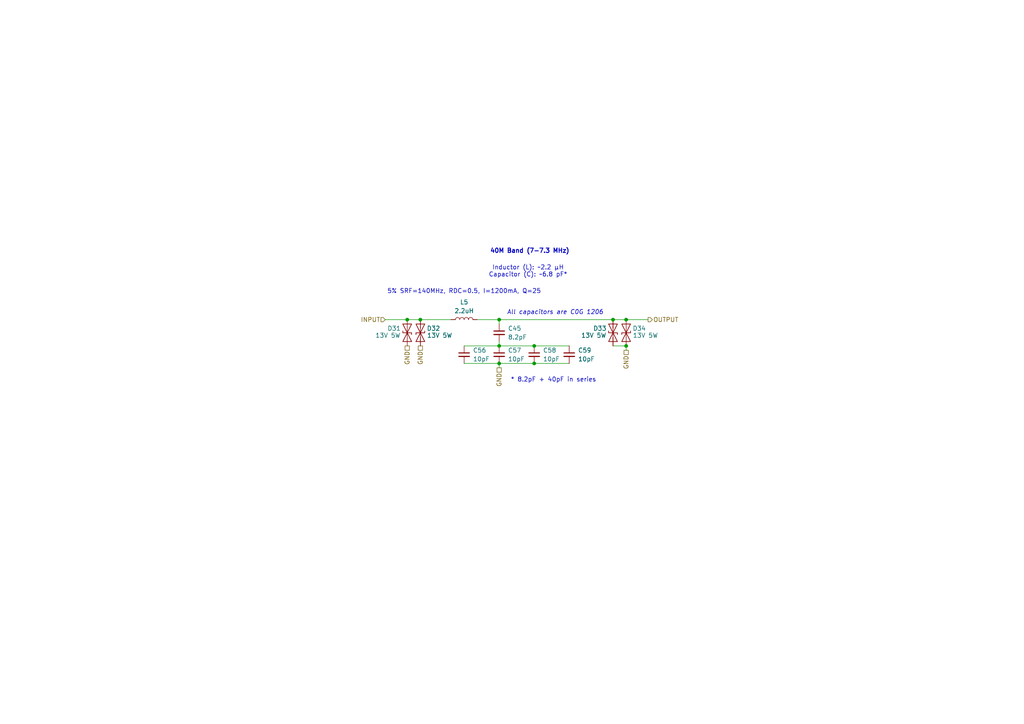
<source format=kicad_sch>
(kicad_sch (version 20231120) (generator "eeschema") (generator_version "8.0")
  (paper "A4")
  (lib_symbols
    (symbol "Device:C_Small" (pin_numbers hide) (pin_names (offset 0.254) hide)
      (property "Reference" "C" (at 0.254 1.778 0))
      (property "Value" "C_Small" (at 0.254 -2.032 0))
      (symbol "C_Small_0_1"
        (polyline (pts (xy -1.524 -0.508) (xy 1.524 -0.508)) (stroke (width 0.3302)))
        (polyline (pts (xy -1.524 0.508) (xy 1.524 0.508)) (stroke (width 0.3048)))
      )
      (symbol "C_Small_1_1"
        (pin passive line (at 0 2.54 270) (length 2.032) (name "~") (number "1"))
        (pin passive line (at 0 -2.54 90) (length 2.032) (name "~") (number "2"))
      )
    )
    (symbol "Device:L" (pin_numbers hide) (pin_names (offset 1.016) hide)
      (property "Reference" "L" (at -1.27 0 90))
      (property "Value" "L" (at 1.905 0 90))
      (symbol "L_0_1"
        (arc (start 0 -2.54) (mid 0.6323 -1.905) (end 0 -1.27))
        (arc (start 0 -1.27) (mid 0.6323 -0.635) (end 0 0))
        (arc (start 0 0) (mid 0.6323 0.635) (end 0 1.27))
        (arc (start 0 1.27) (mid 0.6323 1.905) (end 0 2.54))
      )
      (symbol "L_1_1"
        (pin passive line (at 0 3.81 270) (length 1.27) (name "1") (number "1"))
        (pin passive line (at 0 -3.81 90) (length 1.27) (name "2") (number "2"))
      )
    )
    (symbol "Diode:SD15_SOD323" (pin_numbers hide) (pin_names (offset 1.016) hide)
      (property "Reference" "D" (at 0 2.54 0))
      (property "Value" "SD15_SOD323" (at 0 -2.54 0))
      (symbol "SD15_SOD323_0_1"
        (polyline (pts (xy 1.27 0) (xy -1.27 0)))
        (polyline (pts (xy -2.54 -1.27) (xy 0 0) (xy -2.54 1.27) (xy -2.54 -1.27)) (stroke (width 0.2032)))
        (polyline (pts (xy 0.508 1.27) (xy 0 1.27) (xy 0 -1.27) (xy -0.508 -1.27)) (stroke (width 0.2032)))
        (polyline (pts (xy 2.54 1.27) (xy 2.54 -1.27) (xy 0 0) (xy 2.54 1.27)) (stroke (width 0.2032)))
      )
      (symbol "SD15_SOD323_1_1"
        (pin passive line (at -3.81 0 0) (length 2.54) (name "A1") (number "1"))
        (pin passive line (at 3.81 0 180) (length 2.54) (name "A2") (number "2"))
      )
    )
  )
  (junction (at 154.94 105.41))
  (junction (at 181.61 92.71))
  (junction (at 121.92 92.71))
  (junction (at 154.94 100.33))
  (junction (at 177.8 92.71))
  (junction (at 144.78 100.33))
  (junction (at 181.61 100.33))
  (junction (at 144.78 92.71))
  (junction (at 118.11 92.71))
  (junction (at 144.78 105.41))
  (wire (pts (xy 134.62 105.41) (xy 144.78 105.41)))
  (wire (pts (xy 144.78 99.06) (xy 144.78 100.33)))
  (wire (pts (xy 181.61 92.71) (xy 187.96 92.71)))
  (wire (pts (xy 144.78 92.71) (xy 144.78 93.98)))
  (wire (pts (xy 177.8 92.71) (xy 181.61 92.71)))
  (wire (pts (xy 121.92 92.71) (xy 130.81 92.71)))
  (wire (pts (xy 144.78 92.71) (xy 177.8 92.71)))
  (wire (pts (xy 118.11 92.71) (xy 121.92 92.71)))
  (wire (pts (xy 144.78 105.41) (xy 154.94 105.41)))
  (wire (pts (xy 177.8 100.33) (xy 181.61 100.33)))
  (wire (pts (xy 144.78 105.41) (xy 144.78 106.68)))
  (wire (pts (xy 154.94 100.33) (xy 165.1 100.33)))
  (wire (pts (xy 144.78 100.33) (xy 154.94 100.33)))
  (wire (pts (xy 134.62 100.33) (xy 144.78 100.33)))
  (wire (pts (xy 138.43 92.71) (xy 144.78 92.71)))
  (wire (pts (xy 111.76 92.71) (xy 118.11 92.71)))
  (wire (pts (xy 154.94 105.41) (xy 165.1 105.41)))
  (wire (pts (xy 181.61 100.33) (xy 181.61 101.6)))
  (text "All capacitors are C0G 1206" (at 161.036 90.678 0) (effects (font (size 1.27 1.27) (italic yes))))
  (text "Inductor (L): ~2.2 μH\nCapacitor (C): ~6.8 pF*" (at 153.162 78.74 0) (effects (font (size 1.27 1.27))))
  (text "5% SRF=140MHz, RDC=0.5, I=1200mA, Q=25" (at 134.62 84.582 0) (effects (font (size 1.27 1.27))))
  (text "40M Band (7-7.3 MHz)" (at 153.67 72.898 0) (effects (font (size 1.27 1.27) (thickness 0.254) (bold yes))))
  (text "* 8.2pF + 40pF in series" (at 160.528 110.236 0) (effects (font (size 1.27 1.27))))
  (hierarchical_label "GND" (shape passive) (at 121.92 100.33 270))
  (hierarchical_label "GND" (shape passive) (at 144.78 106.68 270))
  (hierarchical_label "OUTPUT" (shape output) (at 187.96 92.71 0))
  (hierarchical_label "INPUT" (shape input) (at 111.76 92.71 180))
  (hierarchical_label "GND" (shape passive) (at 118.11 100.33 270))
  (hierarchical_label "GND" (shape passive) (at 181.61 101.6 270))
  (symbol (lib_id "Device:C_Small") (at 144.78 102.87 0) (unit 1)
    (property "Reference" "C57" (at 147.32 101.6062 0) (effects (justify left)))
    (property "Value" "10pF" (at 147.32 104.1462 0) (effects (justify left)))
    (property "Footprint" "Capacitor_SMD:C_1206_3216Metric" (effects (hide yes)))
    (property "Datasheet" "https://wmsc.lcsc.com/wmsc/upload/file/pdf/v2/lcsc/2304140030_CCTC-TCC1206COG100J102DT_C377014.pdf" (effects (hide yes)))
    (property "Description" "1kV 10pF C0G ±5% 1206 Multilayer Ceramic Capacitors MLCC - SMD/SMT ROHS" (effects (hide yes)))
    (property "LCSC Part #" "C377014" (effects (hide yes)))
    (property "MPN" "TCC1206COG100J102DT" (effects (hide yes)))
    (property "Manufacturer" "CCTC" (effects (hide yes)))
  )
  (symbol (lib_id "Diode:SD15_SOD323") (at 181.61 96.52 270) (mirror x) (unit 1)
    (property "Reference" "D34" (at 185.42 95.25 90))
    (property "Value" "13V 5W" (at 187.198 97.282 90))
    (property "Footprint" "Diode_SMD:D_0603_1608Metric" (effects (hide yes)))
    (property "Datasheet" "https://wmsc.lcsc.com/wmsc/upload/file/pdf/v2/lcsc/1912111437_DOWO-SMB5350B_C284082.pdf" (effects (hide yes)))
    (property "Description" "Independent Type 5W 13V SMB(DO-214AA) Zener Diodes ROHS" (effects (hide yes)))
    (property "LCSC Part #" "C284082" (effects (hide yes)))
    (property "MPN" "SMB5350B" (effects (hide yes)))
    (property "Manufacturer" "DOWO" (effects (hide yes)))
  )
  (symbol (lib_id "Device:C_Small") (at 134.62 102.87 0) (unit 1)
    (property "Reference" "C56" (at 137.16 101.6062 0) (effects (justify left)))
    (property "Value" "10pF" (at 137.16 104.1462 0) (effects (justify left)))
    (property "Footprint" "Capacitor_SMD:C_1206_3216Metric" (effects (hide yes)))
    (property "Datasheet" "https://wmsc.lcsc.com/wmsc/upload/file/pdf/v2/lcsc/2304140030_CCTC-TCC1206COG100J102DT_C377014.pdf" (effects (hide yes)))
    (property "Description" "1kV 10pF C0G ±5% 1206 Multilayer Ceramic Capacitors MLCC - SMD/SMT ROHS" (effects (hide yes)))
    (property "LCSC Part #" "C377014" (effects (hide yes)))
    (property "MPN" "TCC1206COG100J102DT" (effects (hide yes)))
    (property "Manufacturer" "CCTC" (effects (hide yes)))
  )
  (symbol (lib_id "Device:C_Small") (at 165.1 102.87 0) (unit 1)
    (property "Reference" "C59" (at 167.64 101.6062 0) (effects (justify left)))
    (property "Value" "10pF" (at 167.64 104.1462 0) (effects (justify left)))
    (property "Footprint" "Capacitor_SMD:C_1206_3216Metric" (effects (hide yes)))
    (property "Datasheet" "https://wmsc.lcsc.com/wmsc/upload/file/pdf/v2/lcsc/2304140030_CCTC-TCC1206COG100J102DT_C377014.pdf" (effects (hide yes)))
    (property "Description" "1kV 10pF C0G ±5% 1206 Multilayer Ceramic Capacitors MLCC - SMD/SMT ROHS" (effects (hide yes)))
    (property "LCSC Part #" "C377014" (effects (hide yes)))
    (property "MPN" "TCC1206COG100J102DT" (effects (hide yes)))
    (property "Manufacturer" "CCTC" (effects (hide yes)))
  )
  (symbol (lib_id "Diode:SD15_SOD323") (at 121.92 96.52 270) (mirror x) (unit 1)
    (property "Reference" "D32" (at 125.73 95.25 90))
    (property "Value" "13V 5W" (at 127.508 97.282 90))
    (property "Footprint" "Diode_SMD:D_0603_1608Metric" (effects (hide yes)))
    (property "Datasheet" "https://wmsc.lcsc.com/wmsc/upload/file/pdf/v2/lcsc/1912111437_DOWO-SMB5350B_C284082.pdf" (effects (hide yes)))
    (property "Description" "Independent Type 5W 13V SMB(DO-214AA) Zener Diodes ROHS" (effects (hide yes)))
    (property "LCSC Part #" "C284082" (effects (hide yes)))
    (property "MPN" "SMB5350B" (effects (hide yes)))
    (property "Manufacturer" "DOWO" (effects (hide yes)))
  )
  (symbol (lib_id "Diode:SD15_SOD323") (at 177.8 96.52 90) (unit 1)
    (property "Reference" "D33" (at 173.99 95.25 90))
    (property "Value" "13V 5W" (at 172.212 97.282 90))
    (property "Footprint" "Diode_SMD:D_0603_1608Metric" (effects (hide yes)))
    (property "Datasheet" "https://wmsc.lcsc.com/wmsc/upload/file/pdf/v2/lcsc/1912111437_DOWO-SMB5350B_C284082.pdf" (effects (hide yes)))
    (property "Description" "Independent Type 5W 13V SMB(DO-214AA) Zener Diodes ROHS" (effects (hide yes)))
    (property "LCSC Part #" "C284082" (effects (hide yes)))
    (property "MPN" "SMB5350B" (effects (hide yes)))
    (property "Manufacturer" "DOWO" (effects (hide yes)))
  )
  (symbol (lib_id "Device:L") (at 134.62 92.71 90) (unit 1)
    (property "Reference" "L5" (at 134.62 87.63 90))
    (property "Value" "2.2uH" (at 134.62 90.17 90))
    (property "Footprint" "adxi-footprints:L_Chilisin_NLC252018-2.92x2.50x2.20" (effects (hide yes)))
    (property "Datasheet" "https://wmsc.lcsc.com/wmsc/upload/file/pdf/v2/lcsc/2304140030_Chilisin-Elec-NLC252018T-2R2J-N_C285674.pdf" (effects (hide yes)))
    (property "Description" "1.2A 2.2uH ±5% SMD Power Inductors ROHS" (effects (hide yes)))
    (property "LCSC Part #" "C285674" (effects (hide yes)))
    (property "MPN" "NLC252018T-2R2J-N" (effects (hide yes)))
    (property "Manufacturer" "Chilisin" (effects (hide yes)))
  )
  (symbol (lib_id "Diode:SD15_SOD323") (at 118.11 96.52 90) (unit 1)
    (property "Reference" "D31" (at 114.3 95.25 90))
    (property "Value" "13V 5W" (at 112.522 97.282 90))
    (property "Footprint" "Diode_SMD:D_0603_1608Metric" (effects (hide yes)))
    (property "Datasheet" "https://wmsc.lcsc.com/wmsc/upload/file/pdf/v2/lcsc/1912111437_DOWO-SMB5350B_C284082.pdf" (effects (hide yes)))
    (property "Description" "Independent Type 5W 13V SMB(DO-214AA) Zener Diodes ROHS" (effects (hide yes)))
    (property "LCSC Part #" "C284082" (effects (hide yes)))
    (property "MPN" "SMB5350B" (effects (hide yes)))
    (property "Manufacturer" "DOWO" (effects (hide yes)))
  )
  (symbol (lib_id "Device:C_Small") (at 154.94 102.87 0) (unit 1)
    (property "Reference" "C58" (at 157.48 101.6062 0) (effects (justify left)))
    (property "Value" "10pF" (at 157.48 104.1462 0) (effects (justify left)))
    (property "Footprint" "Capacitor_SMD:C_1206_3216Metric" (effects (hide yes)))
    (property "Datasheet" "https://wmsc.lcsc.com/wmsc/upload/file/pdf/v2/lcsc/2304140030_CCTC-TCC1206COG100J102DT_C377014.pdf" (effects (hide yes)))
    (property "Description" "1kV 10pF C0G ±5% 1206 Multilayer Ceramic Capacitors MLCC - SMD/SMT ROHS" (effects (hide yes)))
    (property "LCSC Part #" "C377014" (effects (hide yes)))
    (property "MPN" "TCC1206COG100J102DT" (effects (hide yes)))
    (property "Manufacturer" "CCTC" (effects (hide yes)))
  )
  (symbol (lib_id "Device:C_Small") (at 144.78 96.52 0) (unit 1)
    (property "Reference" "C45" (at 147.32 95.2562 0) (effects (justify left)))
    (property "Value" "8.2pF" (at 147.32 97.7962 0) (effects (justify left)))
    (property "Footprint" "Capacitor_SMD:C_1206_3216Metric" (effects (hide yes)))
    (property "Datasheet" "https://wmsc.lcsc.com/wmsc/upload/file/pdf/v2/lcsc/2206171645_FH--Guangdong-Fenghua-Advanced-Tech-1206CG8R2C500NT_C3037650.pdf" (effects (hide yes)))
    (property "Description" "50V 8.2pF C0G 1206 Multilayer Ceramic Capacitors MLCC - SMD/SMT ROHS" (effects (hide yes)))
    (property "LCSC Part #" "C3037650" (effects (hide yes)))
    (property "MPN" "1206CG8R2C500NT" (effects (hide yes)))
    (property "Manufacturer" "Fenghua" (effects (hide yes)))
  )
)
</source>
